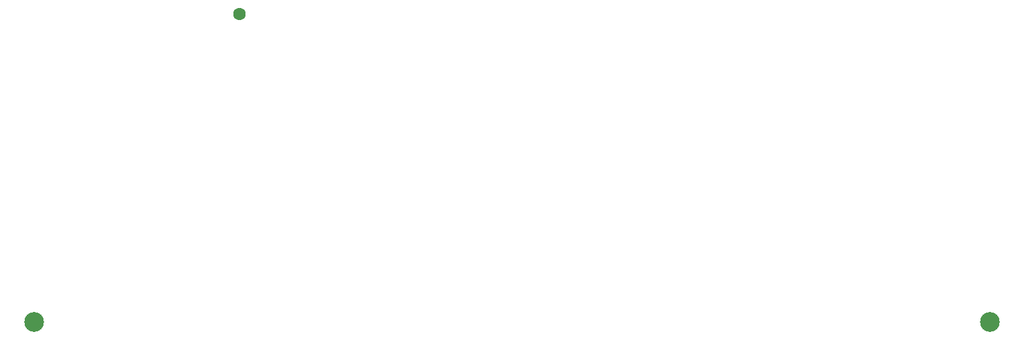
<source format=gbr>
%TF.GenerationSoftware,KiCad,Pcbnew,5.0.2-5.0.2*%
%TF.CreationDate,2019-03-08T22:42:46+01:00*%
%TF.ProjectId,motherboard,6d6f7468-6572-4626-9f61-72642e6b6963,rev?*%
%TF.SameCoordinates,Original*%
%TF.FileFunction,NonPlated,1,4,NPTH,Drill*%
%TF.FilePolarity,Positive*%
%FSLAX46Y46*%
G04 Gerber Fmt 4.6, Leading zero omitted, Abs format (unit mm)*
G04 Created by KiCad (PCBNEW 5.0.2-5.0.2) date Fri 08 Mar 2019 10:42:46 PM CET*
%MOMM*%
%LPD*%
G01*
G04 APERTURE LIST*
%TA.AperFunction,ComponentDrill*%
%ADD10C,1.600000*%
%TD*%
%TA.AperFunction,ComponentDrill*%
%ADD11C,2.500000*%
%TD*%
G04 APERTURE END LIST*
D10*
%TO.C,J2*%
X90000000Y-83000000D03*
D11*
%TO.C,H2*%
X185000000Y-122000000D03*
%TO.C,H1*%
X64000000Y-122000000D03*
M02*

</source>
